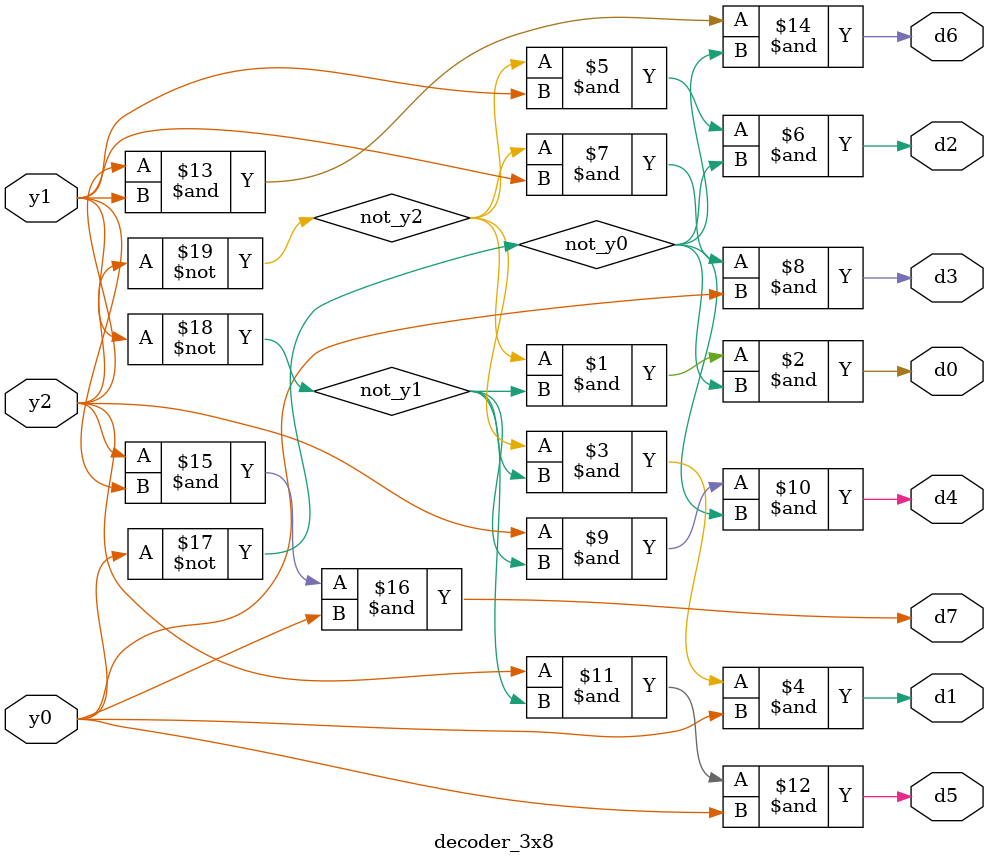
<source format=v>
module decoder_3x8(
    input wire y0, y1, y2,   // 3 input signals
    output wire d0, d1, d2, d3, d4, d5, d6, d7  // 8 output signals
);

// Intermediate signals for inverted inputs
wire not_y0, not_y1, not_y2;

// Invert each input
not (not_y0, y0);
not (not_y1, y1);
not (not_y2, y2);

// Output logic for each output bit (AND gates for each combination of inputs)
and (d0, not_y2, not_y1, not_y0);  // 000
and (d1, not_y2, not_y1, y0);      // 001
and (d2, not_y2, y1, not_y0);      // 010
and (d3, not_y2, y1, y0);          // 011
and (d4, y2, not_y1, not_y0);      // 100
and (d5, y2, not_y1, y0);          // 101
and (d6, y2, y1, not_y0);          // 110
and (d7, y2, y1, y0);              // 111

endmodule

</source>
